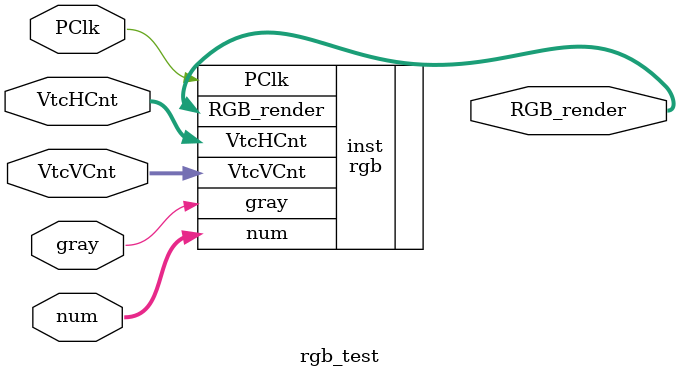
<source format=v>
`timescale 1ns / 1ps

module rgb_test (
  PClk,
  gray,
  VtcHCnt,
  VtcVCnt,
  RGB_render,
  num
);

input wire PClk;
input wire [0 : 0] gray;
input wire [11 : 0] VtcHCnt;
input wire [10 : 0] VtcVCnt;
output wire [23 : 0] RGB_render;
input wire [3 : 0] num;

  rgb inst (
    .PClk(PClk),
    .gray(gray),
    .VtcHCnt(VtcHCnt),
    .VtcVCnt(VtcVCnt),
    .RGB_render(RGB_render),
    .num(num)
  );
endmodule

</source>
